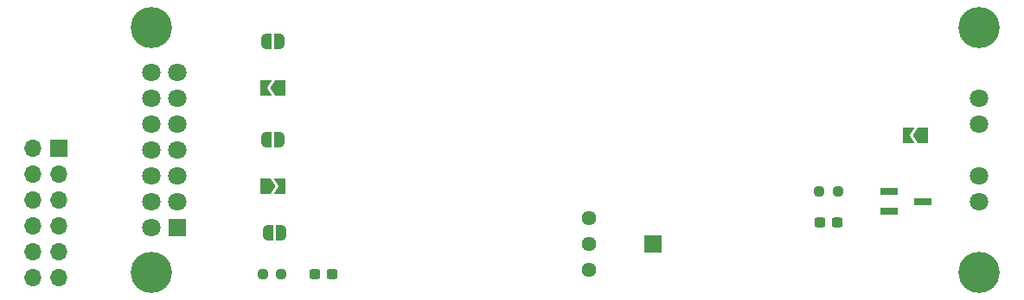
<source format=gbr>
%TF.GenerationSoftware,KiCad,Pcbnew,7.0.9*%
%TF.CreationDate,2024-01-07T02:48:38+09:00*%
%TF.ProjectId,Pmod_SC1602,506d6f64-5f53-4433-9136-30322e6b6963,rev?*%
%TF.SameCoordinates,Original*%
%TF.FileFunction,Soldermask,Top*%
%TF.FilePolarity,Negative*%
%FSLAX46Y46*%
G04 Gerber Fmt 4.6, Leading zero omitted, Abs format (unit mm)*
G04 Created by KiCad (PCBNEW 7.0.9) date 2024-01-07 02:48:38*
%MOMM*%
%LPD*%
G01*
G04 APERTURE LIST*
G04 Aperture macros list*
%AMRoundRect*
0 Rectangle with rounded corners*
0 $1 Rounding radius*
0 $2 $3 $4 $5 $6 $7 $8 $9 X,Y pos of 4 corners*
0 Add a 4 corners polygon primitive as box body*
4,1,4,$2,$3,$4,$5,$6,$7,$8,$9,$2,$3,0*
0 Add four circle primitives for the rounded corners*
1,1,$1+$1,$2,$3*
1,1,$1+$1,$4,$5*
1,1,$1+$1,$6,$7*
1,1,$1+$1,$8,$9*
0 Add four rect primitives between the rounded corners*
20,1,$1+$1,$2,$3,$4,$5,0*
20,1,$1+$1,$4,$5,$6,$7,0*
20,1,$1+$1,$6,$7,$8,$9,0*
20,1,$1+$1,$8,$9,$2,$3,0*%
%AMFreePoly0*
4,1,6,1.000000,0.000000,0.500000,-0.750000,-0.500000,-0.750000,-0.500000,0.750000,0.500000,0.750000,1.000000,0.000000,1.000000,0.000000,$1*%
%AMFreePoly1*
4,1,6,0.500000,-0.750000,-0.650000,-0.750000,-0.150000,0.000000,-0.650000,0.750000,0.500000,0.750000,0.500000,-0.750000,0.500000,-0.750000,$1*%
%AMFreePoly2*
4,1,19,0.500000,-0.750000,0.000000,-0.750000,0.000000,-0.744911,-0.071157,-0.744911,-0.207708,-0.704816,-0.327430,-0.627875,-0.420627,-0.520320,-0.479746,-0.390866,-0.500000,-0.250000,-0.500000,0.250000,-0.479746,0.390866,-0.420627,0.520320,-0.327430,0.627875,-0.207708,0.704816,-0.071157,0.744911,0.000000,0.744911,0.000000,0.750000,0.500000,0.750000,0.500000,-0.750000,0.500000,-0.750000,
$1*%
%AMFreePoly3*
4,1,19,0.000000,0.744911,0.071157,0.744911,0.207708,0.704816,0.327430,0.627875,0.420627,0.520320,0.479746,0.390866,0.500000,0.250000,0.500000,-0.250000,0.479746,-0.390866,0.420627,-0.520320,0.327430,-0.627875,0.207708,-0.704816,0.071157,-0.744911,0.000000,-0.744911,0.000000,-0.750000,-0.500000,-0.750000,-0.500000,0.750000,0.000000,0.750000,0.000000,0.744911,0.000000,0.744911,
$1*%
G04 Aperture macros list end*
%ADD10RoundRect,0.237500X0.300000X0.237500X-0.300000X0.237500X-0.300000X-0.237500X0.300000X-0.237500X0*%
%ADD11FreePoly0,0.000000*%
%ADD12FreePoly1,0.000000*%
%ADD13FreePoly2,0.000000*%
%ADD14FreePoly3,0.000000*%
%ADD15R,1.700000X1.700000*%
%ADD16O,1.700000X1.700000*%
%ADD17R,1.800000X0.800000*%
%ADD18FreePoly0,180.000000*%
%ADD19FreePoly1,180.000000*%
%ADD20R,1.800000X1.800000*%
%ADD21C,1.800000*%
%ADD22C,4.050000*%
%ADD23FreePoly2,180.000000*%
%ADD24FreePoly3,180.000000*%
%ADD25RoundRect,0.237500X-0.250000X-0.237500X0.250000X-0.237500X0.250000X0.237500X-0.250000X0.237500X0*%
%ADD26RoundRect,0.237500X-0.300000X-0.237500X0.300000X-0.237500X0.300000X0.237500X-0.300000X0.237500X0*%
%ADD27C,1.440000*%
G04 APERTURE END LIST*
D10*
%TO.C,C2*%
X170026500Y-97536000D03*
X168301500Y-97536000D03*
%TD*%
D11*
%TO.C,JP1*%
X114046000Y-93980000D03*
D12*
X115496000Y-93980000D03*
%TD*%
D13*
%TO.C,JP3*%
X114158000Y-89408000D03*
D14*
X115458000Y-89408000D03*
%TD*%
D15*
%TO.C,J1*%
X93853000Y-90297000D03*
D16*
X93853000Y-92837000D03*
X93853000Y-95377000D03*
X93853000Y-97917000D03*
X93853000Y-100457000D03*
X93853000Y-102997000D03*
X91313000Y-90297000D03*
X91313000Y-92837000D03*
X91313000Y-95377000D03*
X91313000Y-97917000D03*
X91313000Y-100457000D03*
X91313000Y-102997000D03*
%TD*%
D17*
%TO.C,Q2*%
X175134000Y-94554000D03*
X175134000Y-96454000D03*
X178434000Y-95504000D03*
%TD*%
D13*
%TO.C,JP4*%
X114158000Y-79756000D03*
D14*
X115458000Y-79756000D03*
%TD*%
D18*
%TO.C,JP6*%
X178398000Y-89027000D03*
D19*
X176948000Y-89027000D03*
%TD*%
D20*
%TO.C,DS1*%
X105436000Y-98083600D03*
D21*
X102896000Y-98083600D03*
X105436000Y-95543600D03*
X102896000Y-95543600D03*
X105436000Y-93003600D03*
X102896000Y-93003600D03*
X105436000Y-90463600D03*
X102896000Y-90463600D03*
X105436000Y-87923600D03*
X102896000Y-87923600D03*
X105436000Y-85383600D03*
X102896000Y-85383600D03*
X105436000Y-82843600D03*
X102896000Y-82843600D03*
X183896000Y-85383600D03*
X183896000Y-87923600D03*
X183896000Y-93003600D03*
X183896000Y-95543600D03*
D22*
X102896000Y-102463600D03*
X102896000Y-78463600D03*
X183896000Y-78463600D03*
X183896000Y-102463600D03*
%TD*%
D23*
%TO.C,JP5*%
X115600000Y-98552000D03*
D24*
X114300000Y-98552000D03*
%TD*%
D25*
%TO.C,R2*%
X168251500Y-94488000D03*
X170076500Y-94488000D03*
%TD*%
D26*
%TO.C,C1*%
X118872000Y-102616000D03*
X120597000Y-102616000D03*
%TD*%
D15*
%TO.C,REF\u002A\u002A*%
X152019000Y-99695000D03*
%TD*%
D25*
%TO.C,R1*%
X113792000Y-102616000D03*
X115617000Y-102616000D03*
%TD*%
D27*
%TO.C,RV1*%
X145721000Y-97157000D03*
X145721000Y-99697000D03*
X145721000Y-102237000D03*
%TD*%
D18*
%TO.C,JP2*%
X115533000Y-84328000D03*
D19*
X114083000Y-84328000D03*
%TD*%
M02*

</source>
